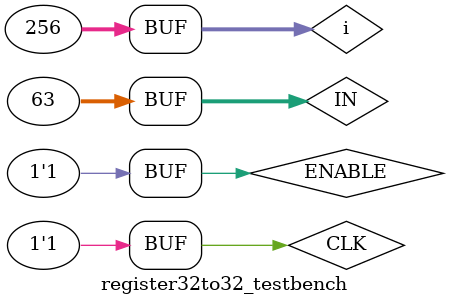
<source format=sv>
/* NAME					|	register32to32.sv
	-------------------------------------------------------------------------------------------------
	DESCRIPTION       |  Stores 32 bit of information, can keep or write new data in
 ---------------------------------------------------------------------------------------------------
	PARAMETERS			|	TYPE					|	DESCRIPTION					
 ---------------------------------------------------------------------------------------------------
	OUT		         |	OUTPUT [31:0]		|	Output data presented
	IN						|	OUTPUT [31:0]		|	Input data to be written in
	ENABLE				|	INPUT 				| 	Determines if new data should be written
	CLK					|	INPUT					|  Clock Cycle
	#################################################################################################
	AUTHOR            | Minhhue H Khuu
	ASSIGNMENT			| Lab 1: Register File
	CLASS					| EE 471
	DATE					| 01/16/2015
	#################################################################################################
*/ 
module register32to32(IN, OUT, ENABLE, CLK);  

	// ports
	input [31:0] IN ;
	input ENABLE;
	input CLK;
	output [31:0] OUT;
	
	// wires
	wire [31:0] COPY;
	
	// mux logic
	mux2to1 copy0  ( .IN({IN[0],  OUT[0]}),  .OUT(COPY[0]),  .SEL(ENABLE));
	mux2to1 copy1  ( .IN({IN[1],  OUT[1]}),  .OUT(COPY[1]),  .SEL(ENABLE));
	mux2to1 copy2  ( .IN({IN[2],  OUT[2]}),  .OUT(COPY[2]),  .SEL(ENABLE));
	mux2to1 copy3  ( .IN({IN[3],  OUT[3]}),  .OUT(COPY[3]),  .SEL(ENABLE));
	mux2to1 copy4  ( .IN({IN[4],  OUT[4]}),  .OUT(COPY[4]),  .SEL(ENABLE));
	mux2to1 copy5  ( .IN({IN[5],  OUT[5]}),  .OUT(COPY[5]),  .SEL(ENABLE));
	mux2to1 copy6  ( .IN({IN[6],  OUT[6]}),  .OUT(COPY[6]),  .SEL(ENABLE));
	mux2to1 copy7  ( .IN({IN[7],  OUT[7]}),  .OUT(COPY[7]),  .SEL(ENABLE));
	mux2to1 copy8  ( .IN({IN[8],  OUT[8]}),  .OUT(COPY[8]),  .SEL(ENABLE));
	mux2to1 copy9  ( .IN({IN[9],  OUT[9]}),  .OUT(COPY[9]),  .SEL(ENABLE));
	mux2to1 copy10 ( .IN({IN[10], OUT[10]}), .OUT(COPY[10]), .SEL(ENABLE));
	mux2to1 copy11 ( .IN({IN[11], OUT[11]}), .OUT(COPY[11]), .SEL(ENABLE));
	mux2to1 copy12 ( .IN({IN[12], OUT[12]}), .OUT(COPY[12]), .SEL(ENABLE));
	mux2to1 copy13 ( .IN({IN[13], OUT[13]}), .OUT(COPY[13]), .SEL(ENABLE));
	mux2to1 copy14 ( .IN({IN[14], OUT[14]}), .OUT(COPY[14]), .SEL(ENABLE));
	mux2to1 copy15 ( .IN({IN[15], OUT[15]}), .OUT(COPY[15]), .SEL(ENABLE));
	mux2to1 copy16 ( .IN({IN[16], OUT[16]}), .OUT(COPY[16]), .SEL(ENABLE));
	mux2to1 copy17 ( .IN({IN[17], OUT[17]}), .OUT(COPY[17]), .SEL(ENABLE));
	mux2to1 copy18 ( .IN({IN[18], OUT[18]}), .OUT(COPY[18]), .SEL(ENABLE));
	mux2to1 copy19 ( .IN({IN[19], OUT[19]}), .OUT(COPY[19]), .SEL(ENABLE));
	mux2to1 copy20 ( .IN({IN[20], OUT[20]}), .OUT(COPY[20]), .SEL(ENABLE));
	mux2to1 copy21 ( .IN({IN[21], OUT[21]}), .OUT(COPY[21]), .SEL(ENABLE));
	mux2to1 copy22 ( .IN({IN[22], OUT[22]}), .OUT(COPY[22]), .SEL(ENABLE));
	mux2to1 copy23 ( .IN({IN[23], OUT[23]}), .OUT(COPY[23]), .SEL(ENABLE));
	mux2to1 copy24 ( .IN({IN[24], OUT[24]}), .OUT(COPY[24]), .SEL(ENABLE));
	mux2to1 copy25 ( .IN({IN[25], OUT[25]}), .OUT(COPY[25]), .SEL(ENABLE));
	mux2to1 copy26 ( .IN({IN[26], OUT[26]}), .OUT(COPY[26]), .SEL(ENABLE));
	mux2to1 copy27 ( .IN({IN[27], OUT[27]}), .OUT(COPY[27]), .SEL(ENABLE));
	mux2to1 copy28 ( .IN({IN[28], OUT[28]}), .OUT(COPY[28]), .SEL(ENABLE));
	mux2to1 copy29 ( .IN({IN[29], OUT[29]}), .OUT(COPY[29]), .SEL(ENABLE));
	mux2to1 copy30 ( .IN({IN[30], OUT[30]}), .OUT(COPY[30]), .SEL(ENABLE));
	mux2to1 copy31 ( .IN({IN[31], OUT[31]}), .OUT(COPY[31]), .SEL(ENABLE));

	// d flip flop logic
	// reset is always false since register has no way of resetting
	D_FF d0 (  .q(OUT[0]),  .d(COPY[0]),  .reset(false), .clk(CLK));
	D_FF d1 (  .q(OUT[1]),  .d(COPY[1]),  .reset(false), .clk(CLK));
	D_FF d2 (  .q(OUT[2]),  .d(COPY[2]),  .reset(false), .clk(CLK));
	D_FF d3 (  .q(OUT[3]),  .d(COPY[3]),  .reset(false), .clk(CLK));
	D_FF d4 (  .q(OUT[4]),  .d(COPY[4]),  .reset(false), .clk(CLK));
	D_FF d5 (  .q(OUT[5]),  .d(COPY[5]),  .reset(false), .clk(CLK));
	D_FF d6 (  .q(OUT[6]),  .d(COPY[6]),  .reset(false), .clk(CLK));
	D_FF d7 (  .q(OUT[7]),  .d(COPY[7]),  .reset(false), .clk(CLK));
	D_FF d8 (  .q(OUT[8]),  .d(COPY[8]),  .reset(false), .clk(CLK));
	D_FF d9 (  .q(OUT[9]),  .d(COPY[9]),  .reset(false), .clk(CLK));
	D_FF d10 ( .q(OUT[10]), .d(COPY[10]), .reset(false), .clk(CLK));
	D_FF d11 ( .q(OUT[11]), .d(COPY[11]), .reset(false), .clk(CLK));
	D_FF d12 ( .q(OUT[12]), .d(COPY[12]), .reset(false), .clk(CLK));
	D_FF d13 ( .q(OUT[13]), .d(COPY[13]), .reset(false), .clk(CLK));
	D_FF d14 ( .q(OUT[14]), .d(COPY[14]), .reset(false), .clk(CLK));
	D_FF d15 ( .q(OUT[15]), .d(COPY[15]), .reset(false), .clk(CLK));
	D_FF d16 ( .q(OUT[16]), .d(COPY[16]), .reset(false), .clk(CLK));
	D_FF d17 ( .q(OUT[17]), .d(COPY[17]), .reset(false), .clk(CLK));
	D_FF d18 ( .q(OUT[18]), .d(COPY[18]), .reset(false), .clk(CLK));
	D_FF d19 ( .q(OUT[19]), .d(COPY[19]), .reset(false), .clk(CLK));
	D_FF d20 ( .q(OUT[20]), .d(COPY[20]), .reset(false), .clk(CLK));
	D_FF d21 ( .q(OUT[21]), .d(COPY[21]), .reset(false), .clk(CLK));
	D_FF d22 ( .q(OUT[22]), .d(COPY[22]), .reset(false), .clk(CLK));
	D_FF d23 ( .q(OUT[23]), .d(COPY[23]), .reset(false), .clk(CLK));
	D_FF d24 ( .q(OUT[24]), .d(COPY[24]), .reset(false), .clk(CLK));
	D_FF d25 ( .q(OUT[25]), .d(COPY[25]), .reset(false), .clk(CLK));
	D_FF d26 ( .q(OUT[26]), .d(COPY[26]), .reset(false), .clk(CLK));
	D_FF d27 ( .q(OUT[27]), .d(COPY[27]), .reset(false), .clk(CLK));
	D_FF d28 ( .q(OUT[28]), .d(COPY[28]), .reset(false), .clk(CLK));
	D_FF d29 ( .q(OUT[29]), .d(COPY[29]), .reset(false), .clk(CLK));
	D_FF d30 ( .q(OUT[30]), .d(COPY[30]), .reset(false), .clk(CLK));
	D_FF d31 ( .q(OUT[31]), .d(COPY[31]), .reset(false), .clk(CLK));

endmodule  


// test
module register32to32_testbench();  
	reg [31:0] IN;
	reg ENABLE;
	reg CLK;
	wire [31:0] OUT;   
   
	register32to32 dut (.IN, .OUT, .ENABLE, .CLK);   
	
	integer i;
	initial begin
		for(i=0; i<256; i++) begin
			{IN,ENABLE,CLK} = i; #10;
		end
	end
  
endmodule 
</source>
